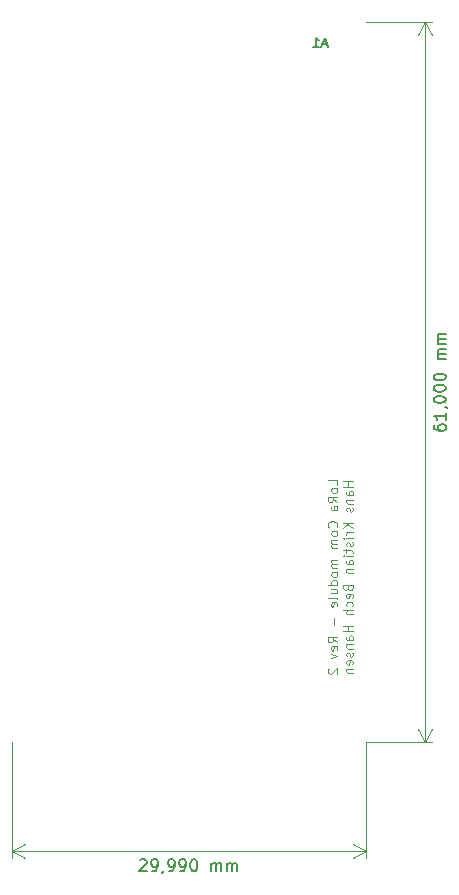
<source format=gbr>
G04 #@! TF.GenerationSoftware,KiCad,Pcbnew,(5.1.4)-1*
G04 #@! TF.CreationDate,2020-12-03T17:42:17+01:00*
G04 #@! TF.ProjectId,LoRa_Balloon,4c6f5261-5f42-4616-9c6c-6f6f6e2e6b69,2*
G04 #@! TF.SameCoordinates,Original*
G04 #@! TF.FileFunction,Legend,Bot*
G04 #@! TF.FilePolarity,Positive*
%FSLAX46Y46*%
G04 Gerber Fmt 4.6, Leading zero omitted, Abs format (unit mm)*
G04 Created by KiCad (PCBNEW (5.1.4)-1) date 2020-12-03 17:42:17*
%MOMM*%
%LPD*%
G04 APERTURE LIST*
%ADD10C,0.150000*%
%ADD11C,0.120000*%
%ADD12C,0.100000*%
G04 APERTURE END LIST*
D10*
X135762380Y-135166666D02*
X135762380Y-135357142D01*
X135810000Y-135452380D01*
X135857619Y-135500000D01*
X136000476Y-135595238D01*
X136190952Y-135642857D01*
X136571904Y-135642857D01*
X136667142Y-135595238D01*
X136714761Y-135547619D01*
X136762380Y-135452380D01*
X136762380Y-135261904D01*
X136714761Y-135166666D01*
X136667142Y-135119047D01*
X136571904Y-135071428D01*
X136333809Y-135071428D01*
X136238571Y-135119047D01*
X136190952Y-135166666D01*
X136143333Y-135261904D01*
X136143333Y-135452380D01*
X136190952Y-135547619D01*
X136238571Y-135595238D01*
X136333809Y-135642857D01*
X136762380Y-134119047D02*
X136762380Y-134690476D01*
X136762380Y-134404761D02*
X135762380Y-134404761D01*
X135905238Y-134500000D01*
X136000476Y-134595238D01*
X136048095Y-134690476D01*
X136714761Y-133642857D02*
X136762380Y-133642857D01*
X136857619Y-133690476D01*
X136905238Y-133738095D01*
X135762380Y-133023809D02*
X135762380Y-132928571D01*
X135810000Y-132833333D01*
X135857619Y-132785714D01*
X135952857Y-132738095D01*
X136143333Y-132690476D01*
X136381428Y-132690476D01*
X136571904Y-132738095D01*
X136667142Y-132785714D01*
X136714761Y-132833333D01*
X136762380Y-132928571D01*
X136762380Y-133023809D01*
X136714761Y-133119047D01*
X136667142Y-133166666D01*
X136571904Y-133214285D01*
X136381428Y-133261904D01*
X136143333Y-133261904D01*
X135952857Y-133214285D01*
X135857619Y-133166666D01*
X135810000Y-133119047D01*
X135762380Y-133023809D01*
X135762380Y-132071428D02*
X135762380Y-131976190D01*
X135810000Y-131880952D01*
X135857619Y-131833333D01*
X135952857Y-131785714D01*
X136143333Y-131738095D01*
X136381428Y-131738095D01*
X136571904Y-131785714D01*
X136667142Y-131833333D01*
X136714761Y-131880952D01*
X136762380Y-131976190D01*
X136762380Y-132071428D01*
X136714761Y-132166666D01*
X136667142Y-132214285D01*
X136571904Y-132261904D01*
X136381428Y-132309523D01*
X136143333Y-132309523D01*
X135952857Y-132261904D01*
X135857619Y-132214285D01*
X135810000Y-132166666D01*
X135762380Y-132071428D01*
X135762380Y-131119047D02*
X135762380Y-131023809D01*
X135810000Y-130928571D01*
X135857619Y-130880952D01*
X135952857Y-130833333D01*
X136143333Y-130785714D01*
X136381428Y-130785714D01*
X136571904Y-130833333D01*
X136667142Y-130880952D01*
X136714761Y-130928571D01*
X136762380Y-131023809D01*
X136762380Y-131119047D01*
X136714761Y-131214285D01*
X136667142Y-131261904D01*
X136571904Y-131309523D01*
X136381428Y-131357142D01*
X136143333Y-131357142D01*
X135952857Y-131309523D01*
X135857619Y-131261904D01*
X135810000Y-131214285D01*
X135762380Y-131119047D01*
X136762380Y-129595238D02*
X136095714Y-129595238D01*
X136190952Y-129595238D02*
X136143333Y-129547619D01*
X136095714Y-129452380D01*
X136095714Y-129309523D01*
X136143333Y-129214285D01*
X136238571Y-129166666D01*
X136762380Y-129166666D01*
X136238571Y-129166666D02*
X136143333Y-129119047D01*
X136095714Y-129023809D01*
X136095714Y-128880952D01*
X136143333Y-128785714D01*
X136238571Y-128738095D01*
X136762380Y-128738095D01*
X136762380Y-128261904D02*
X136095714Y-128261904D01*
X136190952Y-128261904D02*
X136143333Y-128214285D01*
X136095714Y-128119047D01*
X136095714Y-127976190D01*
X136143333Y-127880952D01*
X136238571Y-127833333D01*
X136762380Y-127833333D01*
X136238571Y-127833333D02*
X136143333Y-127785714D01*
X136095714Y-127690476D01*
X136095714Y-127547619D01*
X136143333Y-127452380D01*
X136238571Y-127404761D01*
X136762380Y-127404761D01*
D11*
X135040000Y-162000000D02*
X135040000Y-101000000D01*
X130000000Y-162000000D02*
X135626421Y-162000000D01*
X130000000Y-101000000D02*
X135626421Y-101000000D01*
X135040000Y-101000000D02*
X135626421Y-102126504D01*
X135040000Y-101000000D02*
X134453579Y-102126504D01*
X135040000Y-162000000D02*
X135626421Y-160873496D01*
X135040000Y-162000000D02*
X134453579Y-160873496D01*
D10*
X110865478Y-172009103D02*
X110913081Y-171961468D01*
X111008303Y-171913817D01*
X111246398Y-171913738D01*
X111341652Y-171961325D01*
X111389287Y-172008928D01*
X111436938Y-172104151D01*
X111436970Y-172199389D01*
X111389398Y-172342262D01*
X110818160Y-172913881D01*
X111437208Y-172913674D01*
X111913398Y-172913516D02*
X112103875Y-172913452D01*
X112199097Y-172865801D01*
X112246700Y-172818166D01*
X112341890Y-172675277D01*
X112389446Y-172484785D01*
X112389319Y-172103833D01*
X112341668Y-172008611D01*
X112294033Y-171961008D01*
X112198779Y-171913420D01*
X112008303Y-171913484D01*
X111913081Y-171961135D01*
X111865478Y-172008770D01*
X111817890Y-172104024D01*
X111817970Y-172342119D01*
X111865621Y-172437341D01*
X111913256Y-172484944D01*
X112008509Y-172532531D01*
X112198986Y-172532468D01*
X112294208Y-172484817D01*
X112341811Y-172437182D01*
X112389398Y-172341928D01*
X112865763Y-172865579D02*
X112865779Y-172913198D01*
X112818192Y-173008452D01*
X112770589Y-173056087D01*
X113341970Y-172913039D02*
X113532446Y-172912976D01*
X113627668Y-172865325D01*
X113675271Y-172817690D01*
X113770462Y-172674801D01*
X113818017Y-172484309D01*
X113817890Y-172103357D01*
X113770239Y-172008134D01*
X113722605Y-171960531D01*
X113627351Y-171912944D01*
X113436874Y-171913007D01*
X113341652Y-171960658D01*
X113294049Y-172008293D01*
X113246462Y-172103547D01*
X113246541Y-172341642D01*
X113294192Y-172436865D01*
X113341827Y-172484468D01*
X113437081Y-172532055D01*
X113627557Y-172531992D01*
X113722779Y-172484341D01*
X113770382Y-172436706D01*
X113817970Y-172341452D01*
X114294351Y-172912722D02*
X114484827Y-172912658D01*
X114580049Y-172865007D01*
X114627652Y-172817372D01*
X114722843Y-172674483D01*
X114770398Y-172483991D01*
X114770271Y-172103039D01*
X114722620Y-172007817D01*
X114674985Y-171960214D01*
X114579731Y-171912626D01*
X114389255Y-171912690D01*
X114294033Y-171960341D01*
X114246430Y-172007976D01*
X114198843Y-172103230D01*
X114198922Y-172341325D01*
X114246573Y-172436547D01*
X114294208Y-172484150D01*
X114389462Y-172531737D01*
X114579938Y-172531674D01*
X114675160Y-172484023D01*
X114722763Y-172436388D01*
X114770351Y-172341134D01*
X115389255Y-171912356D02*
X115484493Y-171912325D01*
X115579747Y-171959912D01*
X115627382Y-172007515D01*
X115675033Y-172102737D01*
X115722716Y-172293198D01*
X115722795Y-172531293D01*
X115675239Y-172721785D01*
X115627652Y-172817039D01*
X115580049Y-172864674D01*
X115484827Y-172912325D01*
X115389589Y-172912356D01*
X115294335Y-172864769D01*
X115246700Y-172817166D01*
X115199049Y-172721944D01*
X115151366Y-172531483D01*
X115151287Y-172293388D01*
X115198843Y-172102896D01*
X115246430Y-172007642D01*
X115294033Y-171960007D01*
X115389255Y-171912356D01*
X116913398Y-172911848D02*
X116913176Y-172245182D01*
X116913208Y-172340420D02*
X116960811Y-172292785D01*
X117056033Y-172245134D01*
X117198890Y-172245086D01*
X117294144Y-172292674D01*
X117341795Y-172387896D01*
X117341970Y-172911705D01*
X117341795Y-172387896D02*
X117389382Y-172292642D01*
X117484604Y-172244991D01*
X117627462Y-172244943D01*
X117722715Y-172292531D01*
X117770366Y-172387753D01*
X117770541Y-172911562D01*
X118246731Y-172911404D02*
X118246509Y-172244737D01*
X118246541Y-172339975D02*
X118294144Y-172292340D01*
X118389366Y-172244689D01*
X118532223Y-172244642D01*
X118627477Y-172292229D01*
X118675128Y-172387451D01*
X118675303Y-172911261D01*
X118675128Y-172387451D02*
X118722715Y-172292197D01*
X118817938Y-172244547D01*
X118960795Y-172244499D01*
X119056049Y-172292086D01*
X119103700Y-172387308D01*
X119103874Y-172911118D01*
D11*
X100013063Y-171195103D02*
X130003063Y-171185103D01*
X100010000Y-162010000D02*
X100013258Y-171781524D01*
X130000000Y-162000000D02*
X130003258Y-171771524D01*
X130003063Y-171185103D02*
X128876755Y-171771899D01*
X130003063Y-171185103D02*
X128876364Y-170599058D01*
X100013063Y-171195103D02*
X101139762Y-171781148D01*
X100013063Y-171195103D02*
X101139371Y-170608307D01*
D12*
X127591904Y-140219523D02*
X127591904Y-139838571D01*
X126791904Y-139838571D01*
X127591904Y-140600476D02*
X127553809Y-140524285D01*
X127515714Y-140486190D01*
X127439523Y-140448095D01*
X127210952Y-140448095D01*
X127134761Y-140486190D01*
X127096666Y-140524285D01*
X127058571Y-140600476D01*
X127058571Y-140714761D01*
X127096666Y-140790952D01*
X127134761Y-140829047D01*
X127210952Y-140867142D01*
X127439523Y-140867142D01*
X127515714Y-140829047D01*
X127553809Y-140790952D01*
X127591904Y-140714761D01*
X127591904Y-140600476D01*
X127591904Y-141667142D02*
X127210952Y-141400476D01*
X127591904Y-141210000D02*
X126791904Y-141210000D01*
X126791904Y-141514761D01*
X126830000Y-141590952D01*
X126868095Y-141629047D01*
X126944285Y-141667142D01*
X127058571Y-141667142D01*
X127134761Y-141629047D01*
X127172857Y-141590952D01*
X127210952Y-141514761D01*
X127210952Y-141210000D01*
X127591904Y-142352857D02*
X127172857Y-142352857D01*
X127096666Y-142314761D01*
X127058571Y-142238571D01*
X127058571Y-142086190D01*
X127096666Y-142010000D01*
X127553809Y-142352857D02*
X127591904Y-142276666D01*
X127591904Y-142086190D01*
X127553809Y-142010000D01*
X127477619Y-141971904D01*
X127401428Y-141971904D01*
X127325238Y-142010000D01*
X127287142Y-142086190D01*
X127287142Y-142276666D01*
X127249047Y-142352857D01*
X127515714Y-143800476D02*
X127553809Y-143762380D01*
X127591904Y-143648095D01*
X127591904Y-143571904D01*
X127553809Y-143457619D01*
X127477619Y-143381428D01*
X127401428Y-143343333D01*
X127249047Y-143305238D01*
X127134761Y-143305238D01*
X126982380Y-143343333D01*
X126906190Y-143381428D01*
X126830000Y-143457619D01*
X126791904Y-143571904D01*
X126791904Y-143648095D01*
X126830000Y-143762380D01*
X126868095Y-143800476D01*
X127591904Y-144257619D02*
X127553809Y-144181428D01*
X127515714Y-144143333D01*
X127439523Y-144105238D01*
X127210952Y-144105238D01*
X127134761Y-144143333D01*
X127096666Y-144181428D01*
X127058571Y-144257619D01*
X127058571Y-144371904D01*
X127096666Y-144448095D01*
X127134761Y-144486190D01*
X127210952Y-144524285D01*
X127439523Y-144524285D01*
X127515714Y-144486190D01*
X127553809Y-144448095D01*
X127591904Y-144371904D01*
X127591904Y-144257619D01*
X127591904Y-144867142D02*
X127058571Y-144867142D01*
X127134761Y-144867142D02*
X127096666Y-144905238D01*
X127058571Y-144981428D01*
X127058571Y-145095714D01*
X127096666Y-145171904D01*
X127172857Y-145210000D01*
X127591904Y-145210000D01*
X127172857Y-145210000D02*
X127096666Y-145248095D01*
X127058571Y-145324285D01*
X127058571Y-145438571D01*
X127096666Y-145514761D01*
X127172857Y-145552857D01*
X127591904Y-145552857D01*
X127591904Y-146543333D02*
X127058571Y-146543333D01*
X127134761Y-146543333D02*
X127096666Y-146581428D01*
X127058571Y-146657619D01*
X127058571Y-146771904D01*
X127096666Y-146848095D01*
X127172857Y-146886190D01*
X127591904Y-146886190D01*
X127172857Y-146886190D02*
X127096666Y-146924285D01*
X127058571Y-147000476D01*
X127058571Y-147114761D01*
X127096666Y-147190952D01*
X127172857Y-147229047D01*
X127591904Y-147229047D01*
X127591904Y-147724285D02*
X127553809Y-147648095D01*
X127515714Y-147610000D01*
X127439523Y-147571904D01*
X127210952Y-147571904D01*
X127134761Y-147610000D01*
X127096666Y-147648095D01*
X127058571Y-147724285D01*
X127058571Y-147838571D01*
X127096666Y-147914761D01*
X127134761Y-147952857D01*
X127210952Y-147990952D01*
X127439523Y-147990952D01*
X127515714Y-147952857D01*
X127553809Y-147914761D01*
X127591904Y-147838571D01*
X127591904Y-147724285D01*
X127591904Y-148676666D02*
X126791904Y-148676666D01*
X127553809Y-148676666D02*
X127591904Y-148600476D01*
X127591904Y-148448095D01*
X127553809Y-148371904D01*
X127515714Y-148333809D01*
X127439523Y-148295714D01*
X127210952Y-148295714D01*
X127134761Y-148333809D01*
X127096666Y-148371904D01*
X127058571Y-148448095D01*
X127058571Y-148600476D01*
X127096666Y-148676666D01*
X127058571Y-149400476D02*
X127591904Y-149400476D01*
X127058571Y-149057619D02*
X127477619Y-149057619D01*
X127553809Y-149095714D01*
X127591904Y-149171904D01*
X127591904Y-149286190D01*
X127553809Y-149362380D01*
X127515714Y-149400476D01*
X127591904Y-149895714D02*
X127553809Y-149819523D01*
X127477619Y-149781428D01*
X126791904Y-149781428D01*
X127553809Y-150505238D02*
X127591904Y-150429047D01*
X127591904Y-150276666D01*
X127553809Y-150200476D01*
X127477619Y-150162380D01*
X127172857Y-150162380D01*
X127096666Y-150200476D01*
X127058571Y-150276666D01*
X127058571Y-150429047D01*
X127096666Y-150505238D01*
X127172857Y-150543333D01*
X127249047Y-150543333D01*
X127325238Y-150162380D01*
X127287142Y-151495714D02*
X127287142Y-152105238D01*
X127591904Y-153552857D02*
X127210952Y-153286190D01*
X127591904Y-153095714D02*
X126791904Y-153095714D01*
X126791904Y-153400476D01*
X126830000Y-153476666D01*
X126868095Y-153514761D01*
X126944285Y-153552857D01*
X127058571Y-153552857D01*
X127134761Y-153514761D01*
X127172857Y-153476666D01*
X127210952Y-153400476D01*
X127210952Y-153095714D01*
X127553809Y-154200476D02*
X127591904Y-154124285D01*
X127591904Y-153971904D01*
X127553809Y-153895714D01*
X127477619Y-153857619D01*
X127172857Y-153857619D01*
X127096666Y-153895714D01*
X127058571Y-153971904D01*
X127058571Y-154124285D01*
X127096666Y-154200476D01*
X127172857Y-154238571D01*
X127249047Y-154238571D01*
X127325238Y-153857619D01*
X127058571Y-154505238D02*
X127591904Y-154695714D01*
X127058571Y-154886190D01*
X126868095Y-155762380D02*
X126830000Y-155800476D01*
X126791904Y-155876666D01*
X126791904Y-156067142D01*
X126830000Y-156143333D01*
X126868095Y-156181428D01*
X126944285Y-156219523D01*
X127020476Y-156219523D01*
X127134761Y-156181428D01*
X127591904Y-155724285D01*
X127591904Y-156219523D01*
X128891904Y-139895714D02*
X128091904Y-139895714D01*
X128472857Y-139895714D02*
X128472857Y-140352857D01*
X128891904Y-140352857D02*
X128091904Y-140352857D01*
X128891904Y-141076666D02*
X128472857Y-141076666D01*
X128396666Y-141038571D01*
X128358571Y-140962380D01*
X128358571Y-140810000D01*
X128396666Y-140733809D01*
X128853809Y-141076666D02*
X128891904Y-141000476D01*
X128891904Y-140810000D01*
X128853809Y-140733809D01*
X128777619Y-140695714D01*
X128701428Y-140695714D01*
X128625238Y-140733809D01*
X128587142Y-140810000D01*
X128587142Y-141000476D01*
X128549047Y-141076666D01*
X128358571Y-141457619D02*
X128891904Y-141457619D01*
X128434761Y-141457619D02*
X128396666Y-141495714D01*
X128358571Y-141571904D01*
X128358571Y-141686190D01*
X128396666Y-141762380D01*
X128472857Y-141800476D01*
X128891904Y-141800476D01*
X128853809Y-142143333D02*
X128891904Y-142219523D01*
X128891904Y-142371904D01*
X128853809Y-142448095D01*
X128777619Y-142486190D01*
X128739523Y-142486190D01*
X128663333Y-142448095D01*
X128625238Y-142371904D01*
X128625238Y-142257619D01*
X128587142Y-142181428D01*
X128510952Y-142143333D01*
X128472857Y-142143333D01*
X128396666Y-142181428D01*
X128358571Y-142257619D01*
X128358571Y-142371904D01*
X128396666Y-142448095D01*
X128891904Y-143438571D02*
X128091904Y-143438571D01*
X128891904Y-143895714D02*
X128434761Y-143552857D01*
X128091904Y-143895714D02*
X128549047Y-143438571D01*
X128891904Y-144238571D02*
X128358571Y-144238571D01*
X128510952Y-144238571D02*
X128434761Y-144276666D01*
X128396666Y-144314761D01*
X128358571Y-144390952D01*
X128358571Y-144467142D01*
X128891904Y-144733809D02*
X128358571Y-144733809D01*
X128091904Y-144733809D02*
X128130000Y-144695714D01*
X128168095Y-144733809D01*
X128130000Y-144771904D01*
X128091904Y-144733809D01*
X128168095Y-144733809D01*
X128853809Y-145076666D02*
X128891904Y-145152857D01*
X128891904Y-145305238D01*
X128853809Y-145381428D01*
X128777619Y-145419523D01*
X128739523Y-145419523D01*
X128663333Y-145381428D01*
X128625238Y-145305238D01*
X128625238Y-145190952D01*
X128587142Y-145114761D01*
X128510952Y-145076666D01*
X128472857Y-145076666D01*
X128396666Y-145114761D01*
X128358571Y-145190952D01*
X128358571Y-145305238D01*
X128396666Y-145381428D01*
X128358571Y-145648095D02*
X128358571Y-145952857D01*
X128091904Y-145762380D02*
X128777619Y-145762380D01*
X128853809Y-145800476D01*
X128891904Y-145876666D01*
X128891904Y-145952857D01*
X128891904Y-146219523D02*
X128358571Y-146219523D01*
X128091904Y-146219523D02*
X128130000Y-146181428D01*
X128168095Y-146219523D01*
X128130000Y-146257619D01*
X128091904Y-146219523D01*
X128168095Y-146219523D01*
X128891904Y-146943333D02*
X128472857Y-146943333D01*
X128396666Y-146905238D01*
X128358571Y-146829047D01*
X128358571Y-146676666D01*
X128396666Y-146600476D01*
X128853809Y-146943333D02*
X128891904Y-146867142D01*
X128891904Y-146676666D01*
X128853809Y-146600476D01*
X128777619Y-146562380D01*
X128701428Y-146562380D01*
X128625238Y-146600476D01*
X128587142Y-146676666D01*
X128587142Y-146867142D01*
X128549047Y-146943333D01*
X128358571Y-147324285D02*
X128891904Y-147324285D01*
X128434761Y-147324285D02*
X128396666Y-147362380D01*
X128358571Y-147438571D01*
X128358571Y-147552857D01*
X128396666Y-147629047D01*
X128472857Y-147667142D01*
X128891904Y-147667142D01*
X128472857Y-148924285D02*
X128510952Y-149038571D01*
X128549047Y-149076666D01*
X128625238Y-149114761D01*
X128739523Y-149114761D01*
X128815714Y-149076666D01*
X128853809Y-149038571D01*
X128891904Y-148962380D01*
X128891904Y-148657619D01*
X128091904Y-148657619D01*
X128091904Y-148924285D01*
X128130000Y-149000476D01*
X128168095Y-149038571D01*
X128244285Y-149076666D01*
X128320476Y-149076666D01*
X128396666Y-149038571D01*
X128434761Y-149000476D01*
X128472857Y-148924285D01*
X128472857Y-148657619D01*
X128853809Y-149762380D02*
X128891904Y-149686190D01*
X128891904Y-149533809D01*
X128853809Y-149457619D01*
X128777619Y-149419523D01*
X128472857Y-149419523D01*
X128396666Y-149457619D01*
X128358571Y-149533809D01*
X128358571Y-149686190D01*
X128396666Y-149762380D01*
X128472857Y-149800476D01*
X128549047Y-149800476D01*
X128625238Y-149419523D01*
X128853809Y-150486190D02*
X128891904Y-150410000D01*
X128891904Y-150257619D01*
X128853809Y-150181428D01*
X128815714Y-150143333D01*
X128739523Y-150105238D01*
X128510952Y-150105238D01*
X128434761Y-150143333D01*
X128396666Y-150181428D01*
X128358571Y-150257619D01*
X128358571Y-150410000D01*
X128396666Y-150486190D01*
X128891904Y-150829047D02*
X128091904Y-150829047D01*
X128891904Y-151171904D02*
X128472857Y-151171904D01*
X128396666Y-151133809D01*
X128358571Y-151057619D01*
X128358571Y-150943333D01*
X128396666Y-150867142D01*
X128434761Y-150829047D01*
X128891904Y-152162380D02*
X128091904Y-152162380D01*
X128472857Y-152162380D02*
X128472857Y-152619523D01*
X128891904Y-152619523D02*
X128091904Y-152619523D01*
X128891904Y-153343333D02*
X128472857Y-153343333D01*
X128396666Y-153305238D01*
X128358571Y-153229047D01*
X128358571Y-153076666D01*
X128396666Y-153000476D01*
X128853809Y-153343333D02*
X128891904Y-153267142D01*
X128891904Y-153076666D01*
X128853809Y-153000476D01*
X128777619Y-152962380D01*
X128701428Y-152962380D01*
X128625238Y-153000476D01*
X128587142Y-153076666D01*
X128587142Y-153267142D01*
X128549047Y-153343333D01*
X128358571Y-153724285D02*
X128891904Y-153724285D01*
X128434761Y-153724285D02*
X128396666Y-153762380D01*
X128358571Y-153838571D01*
X128358571Y-153952857D01*
X128396666Y-154029047D01*
X128472857Y-154067142D01*
X128891904Y-154067142D01*
X128853809Y-154410000D02*
X128891904Y-154486190D01*
X128891904Y-154638571D01*
X128853809Y-154714761D01*
X128777619Y-154752857D01*
X128739523Y-154752857D01*
X128663333Y-154714761D01*
X128625238Y-154638571D01*
X128625238Y-154524285D01*
X128587142Y-154448095D01*
X128510952Y-154410000D01*
X128472857Y-154410000D01*
X128396666Y-154448095D01*
X128358571Y-154524285D01*
X128358571Y-154638571D01*
X128396666Y-154714761D01*
X128853809Y-155400476D02*
X128891904Y-155324285D01*
X128891904Y-155171904D01*
X128853809Y-155095714D01*
X128777619Y-155057619D01*
X128472857Y-155057619D01*
X128396666Y-155095714D01*
X128358571Y-155171904D01*
X128358571Y-155324285D01*
X128396666Y-155400476D01*
X128472857Y-155438571D01*
X128549047Y-155438571D01*
X128625238Y-155057619D01*
X128358571Y-155781428D02*
X128891904Y-155781428D01*
X128434761Y-155781428D02*
X128396666Y-155819523D01*
X128358571Y-155895714D01*
X128358571Y-156010000D01*
X128396666Y-156086190D01*
X128472857Y-156124285D01*
X128891904Y-156124285D01*
D10*
X126691428Y-102914353D02*
X126310476Y-102914353D01*
X126767619Y-103142924D02*
X126500952Y-102342924D01*
X126234285Y-103142924D01*
X125548571Y-103142924D02*
X126005714Y-103142924D01*
X125777142Y-103142924D02*
X125777142Y-102342924D01*
X125853333Y-102457210D01*
X125929523Y-102533400D01*
X126005714Y-102571496D01*
M02*

</source>
